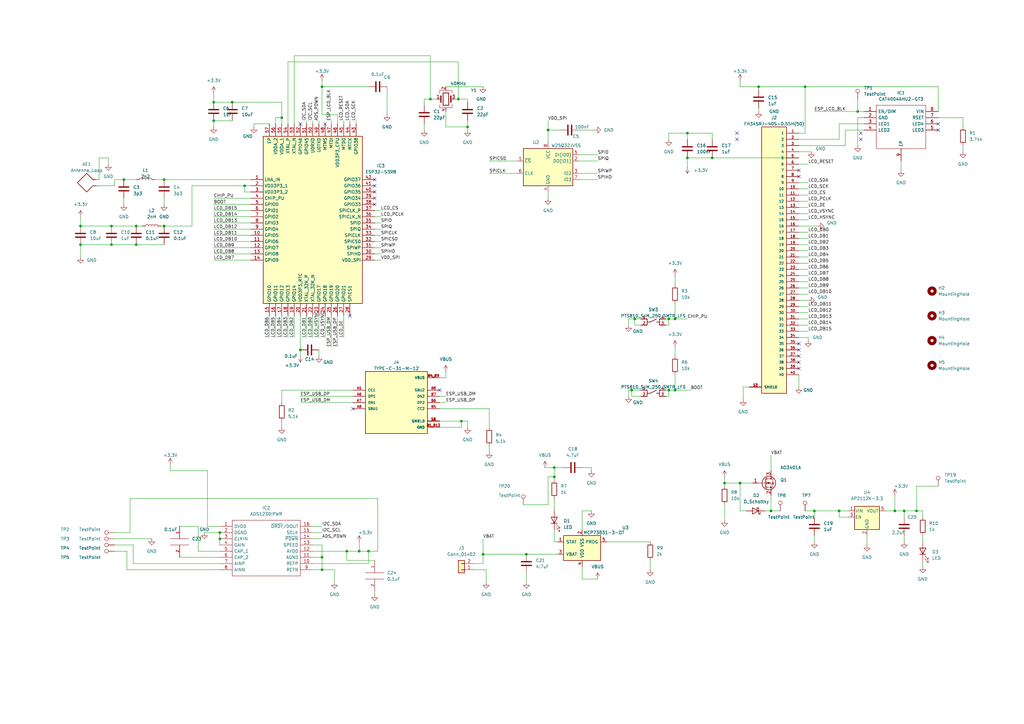
<source format=kicad_sch>
(kicad_sch (version 20230121) (generator eeschema)
  (paper "A3")
  (junction (at 370.84 209.55))
  (junction (at 215.9 227.33))
  (junction (at 55.88 92.71))
  (junction (at 260.35 130.81))
  (junction (at 45.72 100.33))
  (junction (at 33.02 100.33))
  (junction (at 147.32 226.06))
  (junction (at 344.17 209.55))
  (junction (at 95.25 41.91))
  (junction (at 67.31 92.71))
  (junction (at 330.2 35.56))
  (junction (at 303.53 198.12))
  (junction (at 274.32 130.81))
  (junction (at 55.88 100.33))
  (junction (at 292.1 64.77))
  (junction (at 224.79 53.34))
  (junction (at 90.17 218.44))
  (junction (at 151.13 226.06))
  (junction (at 132.08 35.56))
  (junction (at 67.31 73.66))
  (junction (at 100.33 76.2))
  (junction (at 142.24 226.06))
  (junction (at 191.77 52.07))
  (junction (at 87.63 41.91))
  (junction (at 123.19 143.51))
  (junction (at 311.15 35.56))
  (junction (at 367.03 209.55))
  (junction (at 276.86 130.81))
  (junction (at 274.32 160.02))
  (junction (at 132.08 233.68))
  (junction (at 227.33 191.77))
  (junction (at 115.57 48.26))
  (junction (at 50.8 73.66))
  (junction (at 334.01 209.55))
  (junction (at 189.23 172.72))
  (junction (at 351.79 45.72))
  (junction (at 198.12 227.33))
  (junction (at 45.72 92.71))
  (junction (at 276.86 160.02))
  (junction (at 281.94 54.61))
  (junction (at 176.53 40.64))
  (junction (at 297.18 198.12))
  (junction (at 227.33 195.58))
  (junction (at 316.23 209.55))
  (junction (at 87.63 49.53))
  (junction (at 281.94 64.77))
  (junction (at 33.02 92.71))
  (junction (at 187.96 40.64))
  (junction (at 132.08 228.6))
  (junction (at 259.08 160.02))
  (junction (at 90.17 220.98))
  (junction (at 375.92 209.55))
  (no_connect (at 153.67 78.74))
  (no_connect (at 153.67 76.2))
  (no_connect (at 153.67 73.66))
  (no_connect (at 144.78 167.64))
  (no_connect (at 143.51 129.54))
  (no_connect (at 327.66 69.85))
  (no_connect (at 327.66 146.05))
  (no_connect (at 327.66 72.39))
  (no_connect (at 327.66 151.13))
  (no_connect (at 153.67 83.82))
  (no_connect (at 327.66 143.51))
  (no_connect (at 327.66 140.97))
  (no_connect (at 123.19 50.8))
  (no_connect (at 302.26 54.61))
  (no_connect (at 384.81 50.8))
  (no_connect (at 327.66 148.59))
  (no_connect (at 384.81 53.34))
  (no_connect (at 353.06 57.15))
  (no_connect (at 133.35 50.8))
  (no_connect (at 302.26 57.15))
  (no_connect (at 153.67 81.28))
  (no_connect (at 180.34 160.02))
  (no_connect (at 353.06 54.61))
  (wire (pts (xy 115.57 41.91) (xy 95.25 41.91)))
  (wire (pts (xy 46.99 223.52) (xy 54.61 223.52)))
  (wire (pts (xy 346.71 53.34) (xy 346.71 59.69)))
  (wire (pts (xy 224.79 195.58) (xy 227.33 195.58)))
  (wire (pts (xy 53.34 218.44) (xy 53.34 204.47)))
  (wire (pts (xy 186.69 40.64) (xy 187.96 40.64)))
  (wire (pts (xy 189.23 175.26) (xy 189.23 172.72)))
  (wire (pts (xy 363.22 209.55) (xy 367.03 209.55)))
  (wire (pts (xy 173.99 50.8) (xy 173.99 53.34)))
  (wire (pts (xy 331.47 120.65) (xy 327.66 120.65)))
  (wire (pts (xy 262.89 130.81) (xy 260.35 130.81)))
  (wire (pts (xy 327.66 54.61) (xy 330.2 54.61)))
  (wire (pts (xy 331.47 80.01) (xy 327.66 80.01)))
  (wire (pts (xy 44.45 64.77) (xy 44.45 67.31)))
  (wire (pts (xy 344.17 209.55) (xy 347.98 209.55)))
  (wire (pts (xy 351.79 40.64) (xy 351.79 45.72)))
  (wire (pts (xy 331.47 85.09) (xy 327.66 85.09)))
  (wire (pts (xy 63.5 73.66) (xy 67.31 73.66)))
  (wire (pts (xy 125.73 49.53) (xy 125.73 50.8)))
  (wire (pts (xy 180.34 154.94) (xy 182.88 154.94)))
  (wire (pts (xy 132.08 223.52) (xy 132.08 228.6)))
  (wire (pts (xy 248.92 222.25) (xy 266.7 222.25)))
  (wire (pts (xy 87.63 88.9) (xy 102.87 88.9)))
  (wire (pts (xy 87.63 99.06) (xy 102.87 99.06)))
  (wire (pts (xy 274.32 162.56) (xy 274.32 160.02)))
  (wire (pts (xy 375.92 199.39) (xy 375.92 209.55)))
  (wire (pts (xy 224.79 78.74) (xy 224.79 81.28)))
  (wire (pts (xy 90.17 220.98) (xy 90.17 223.52)))
  (wire (pts (xy 45.72 92.71) (xy 55.88 92.71)))
  (wire (pts (xy 54.61 231.14) (xy 90.17 231.14)))
  (wire (pts (xy 331.47 138.43) (xy 327.66 138.43)))
  (wire (pts (xy 128.27 215.9) (xy 132.08 215.9)))
  (wire (pts (xy 33.02 92.71) (xy 45.72 92.71)))
  (wire (pts (xy 367.03 209.55) (xy 370.84 209.55)))
  (wire (pts (xy 346.71 59.69) (xy 327.66 59.69)))
  (wire (pts (xy 85.09 193.04) (xy 85.09 215.9)))
  (wire (pts (xy 304.8 158.75) (xy 307.34 158.75)))
  (wire (pts (xy 55.88 100.33) (xy 67.31 100.33)))
  (wire (pts (xy 151.13 226.06) (xy 154.94 226.06)))
  (wire (pts (xy 257.81 160.02) (xy 257.81 162.56)))
  (wire (pts (xy 153.67 242.57) (xy 153.67 243.84)))
  (wire (pts (xy 46.99 76.2) (xy 46.99 73.66)))
  (wire (pts (xy 176.53 22.86) (xy 176.53 40.64)))
  (wire (pts (xy 330.2 35.56) (xy 384.81 35.56)))
  (wire (pts (xy 46.99 226.06) (xy 52.07 226.06)))
  (wire (pts (xy 87.63 83.82) (xy 102.87 83.82)))
  (wire (pts (xy 52.07 233.68) (xy 90.17 233.68)))
  (wire (pts (xy 115.57 48.26) (xy 115.57 41.91)))
  (wire (pts (xy 87.63 91.44) (xy 102.87 91.44)))
  (wire (pts (xy 154.94 226.06) (xy 154.94 204.47)))
  (wire (pts (xy 87.63 96.52) (xy 102.87 96.52)))
  (wire (pts (xy 351.79 45.72) (xy 354.33 45.72)))
  (wire (pts (xy 138.43 46.99) (xy 132.08 46.99)))
  (wire (pts (xy 331.47 100.33) (xy 327.66 100.33)))
  (wire (pts (xy 180.34 162.56) (xy 182.88 162.56)))
  (wire (pts (xy 262.89 133.35) (xy 260.35 133.35)))
  (wire (pts (xy 330.2 54.61) (xy 330.2 35.56)))
  (wire (pts (xy 110.49 50.8) (xy 104.14 50.8)))
  (wire (pts (xy 384.81 48.26) (xy 394.97 48.26)))
  (wire (pts (xy 87.63 81.28) (xy 102.87 81.28)))
  (wire (pts (xy 316.23 209.55) (xy 320.04 209.55)))
  (wire (pts (xy 173.99 40.64) (xy 176.53 40.64)))
  (wire (pts (xy 125.73 129.54) (xy 125.73 138.43)))
  (wire (pts (xy 215.9 234.95) (xy 215.9 238.76)))
  (wire (pts (xy 135.89 129.54) (xy 135.89 142.24)))
  (wire (pts (xy 331.47 128.27) (xy 327.66 128.27)))
  (wire (pts (xy 335.28 92.71) (xy 327.66 92.71)))
  (wire (pts (xy 273.05 162.56) (xy 274.32 162.56)))
  (wire (pts (xy 81.28 226.06) (xy 81.28 215.9)))
  (wire (pts (xy 344.17 57.15) (xy 327.66 57.15)))
  (wire (pts (xy 130.81 49.53) (xy 130.81 50.8)))
  (wire (pts (xy 276.86 142.24) (xy 276.86 146.05)))
  (wire (pts (xy 180.34 172.72) (xy 189.23 172.72)))
  (wire (pts (xy 151.13 231.14) (xy 151.13 226.06)))
  (wire (pts (xy 87.63 104.14) (xy 102.87 104.14)))
  (wire (pts (xy 274.32 57.15) (xy 274.32 54.61)))
  (wire (pts (xy 173.99 40.64) (xy 173.99 43.18)))
  (wire (pts (xy 123.19 165.1) (xy 144.78 165.1)))
  (wire (pts (xy 351.79 59.69) (xy 351.79 48.26)))
  (wire (pts (xy 223.52 191.77) (xy 227.33 191.77)))
  (wire (pts (xy 191.77 175.26) (xy 191.77 172.72)))
  (wire (pts (xy 54.61 231.14) (xy 54.61 223.52)))
  (wire (pts (xy 274.32 133.35) (xy 274.32 130.81)))
  (wire (pts (xy 87.63 49.53) (xy 87.63 52.07)))
  (wire (pts (xy 180.34 175.26) (xy 189.23 175.26)))
  (wire (pts (xy 46.99 73.66) (xy 50.8 73.66)))
  (wire (pts (xy 297.18 195.58) (xy 297.18 198.12)))
  (wire (pts (xy 153.67 93.98) (xy 156.21 93.98)))
  (wire (pts (xy 292.1 64.77) (xy 327.66 64.77)))
  (wire (pts (xy 128.27 226.06) (xy 142.24 226.06)))
  (wire (pts (xy 132.08 35.56) (xy 132.08 46.99)))
  (wire (pts (xy 143.51 49.53) (xy 143.51 50.8)))
  (wire (pts (xy 138.43 129.54) (xy 138.43 142.24)))
  (wire (pts (xy 153.67 229.87) (xy 142.24 229.87)))
  (wire (pts (xy 297.18 198.12) (xy 297.18 199.39)))
  (wire (pts (xy 153.67 104.14) (xy 156.21 104.14)))
  (wire (pts (xy 100.33 76.2) (xy 78.74 76.2)))
  (wire (pts (xy 331.47 135.89) (xy 327.66 135.89)))
  (wire (pts (xy 153.67 86.36) (xy 156.21 86.36)))
  (wire (pts (xy 276.86 160.02) (xy 283.21 160.02)))
  (wire (pts (xy 132.08 233.68) (xy 137.16 233.68)))
  (wire (pts (xy 334.01 45.72) (xy 351.79 45.72)))
  (wire (pts (xy 128.27 233.68) (xy 132.08 233.68)))
  (wire (pts (xy 50.8 73.66) (xy 55.88 73.66)))
  (wire (pts (xy 281.94 64.77) (xy 281.94 68.58)))
  (wire (pts (xy 158.75 35.56) (xy 158.75 46.99)))
  (wire (pts (xy 260.35 133.35) (xy 260.35 130.81)))
  (wire (pts (xy 215.9 227.33) (xy 228.6 227.33)))
  (wire (pts (xy 130.81 129.54) (xy 130.81 138.43)))
  (wire (pts (xy 260.35 130.81) (xy 257.81 130.81)))
  (wire (pts (xy 331.47 87.63) (xy 327.66 87.63)))
  (wire (pts (xy 378.46 229.87) (xy 378.46 232.41)))
  (wire (pts (xy 123.19 143.51) (xy 123.19 146.05)))
  (wire (pts (xy 394.97 48.26) (xy 394.97 52.07)))
  (wire (pts (xy 274.32 160.02) (xy 276.86 160.02)))
  (wire (pts (xy 227.33 195.58) (xy 227.33 191.77)))
  (wire (pts (xy 128.27 129.54) (xy 128.27 138.43)))
  (wire (pts (xy 384.81 199.39) (xy 375.92 199.39)))
  (wire (pts (xy 237.49 71.12) (xy 245.11 71.12)))
  (wire (pts (xy 198.12 231.14) (xy 198.12 227.33)))
  (wire (pts (xy 274.32 130.81) (xy 276.86 130.81)))
  (wire (pts (xy 87.63 106.68) (xy 102.87 106.68)))
  (wire (pts (xy 83.82 218.44) (xy 90.17 218.44)))
  (wire (pts (xy 370.84 219.71) (xy 370.84 222.25)))
  (wire (pts (xy 78.74 92.71) (xy 67.31 92.71)))
  (wire (pts (xy 303.53 209.55) (xy 303.53 198.12)))
  (wire (pts (xy 224.79 53.34) (xy 229.87 53.34)))
  (wire (pts (xy 115.57 129.54) (xy 115.57 138.43)))
  (wire (pts (xy 331.47 105.41) (xy 327.66 105.41)))
  (wire (pts (xy 67.31 81.28) (xy 67.31 83.82)))
  (wire (pts (xy 128.27 223.52) (xy 132.08 223.52)))
  (wire (pts (xy 198.12 220.98) (xy 198.12 227.33)))
  (wire (pts (xy 273.05 133.35) (xy 274.32 133.35)))
  (wire (pts (xy 237.49 66.04) (xy 245.11 66.04)))
  (wire (pts (xy 354.33 53.34) (xy 346.71 53.34)))
  (wire (pts (xy 394.97 59.69) (xy 394.97 62.23)))
  (wire (pts (xy 115.57 160.02) (xy 144.78 160.02)))
  (wire (pts (xy 303.53 35.56) (xy 311.15 35.56)))
  (wire (pts (xy 137.16 238.76) (xy 137.16 233.68)))
  (wire (pts (xy 187.96 25.4) (xy 187.96 40.64)))
  (wire (pts (xy 123.19 162.56) (xy 144.78 162.56)))
  (wire (pts (xy 238.76 237.49) (xy 245.11 237.49)))
  (wire (pts (xy 224.79 207.01) (xy 224.79 195.58)))
  (wire (pts (xy 237.49 53.34) (xy 243.84 53.34)))
  (wire (pts (xy 69.85 193.04) (xy 85.09 193.04)))
  (wire (pts (xy 110.49 129.54) (xy 110.49 138.43)))
  (wire (pts (xy 180.34 167.64) (xy 200.66 167.64)))
  (wire (pts (xy 224.79 49.53) (xy 224.79 53.34)))
  (wire (pts (xy 276.86 153.67) (xy 276.86 160.02)))
  (wire (pts (xy 276.86 113.03) (xy 276.86 116.84)))
  (wire (pts (xy 182.88 154.94) (xy 182.88 152.4)))
  (wire (pts (xy 189.23 172.72) (xy 191.77 172.72)))
  (wire (pts (xy 259.08 162.56) (xy 259.08 160.02)))
  (wire (pts (xy 292.1 54.61) (xy 292.1 57.15)))
  (wire (pts (xy 40.64 76.2) (xy 46.99 76.2)))
  (wire (pts (xy 331.47 113.03) (xy 327.66 113.03)))
  (wire (pts (xy 334.01 209.55) (xy 344.17 209.55)))
  (wire (pts (xy 147.32 222.25) (xy 147.32 226.06)))
  (wire (pts (xy 214.63 207.01) (xy 224.79 207.01)))
  (wire (pts (xy 87.63 38.1) (xy 87.63 41.91)))
  (wire (pts (xy 331.47 74.93) (xy 327.66 74.93)))
  (wire (pts (xy 303.53 33.02) (xy 303.53 35.56)))
  (wire (pts (xy 87.63 41.91) (xy 95.25 41.91)))
  (wire (pts (xy 200.66 66.04) (xy 212.09 66.04)))
  (wire (pts (xy 304.8 163.83) (xy 304.8 158.75)))
  (wire (pts (xy 33.02 88.9) (xy 33.02 92.71)))
  (wire (pts (xy 313.69 209.55) (xy 316.23 209.55)))
  (wire (pts (xy 176.53 22.86) (xy 120.65 22.86)))
  (wire (pts (xy 331.47 133.35) (xy 327.66 133.35)))
  (wire (pts (xy 113.03 129.54) (xy 113.03 138.43)))
  (wire (pts (xy 200.66 182.88) (xy 200.66 185.42)))
  (wire (pts (xy 199.39 233.68) (xy 199.39 238.76)))
  (wire (pts (xy 331.47 130.81) (xy 327.66 130.81)))
  (wire (pts (xy 331.47 90.17) (xy 327.66 90.17)))
  (wire (pts (xy 113.03 48.26) (xy 115.57 48.26)))
  (wire (pts (xy 331.47 118.11) (xy 327.66 118.11)))
  (wire (pts (xy 133.35 129.54) (xy 133.35 138.43)))
  (wire (pts (xy 55.88 92.71) (xy 58.42 92.71)))
  (wire (pts (xy 334.01 219.71) (xy 334.01 222.25)))
  (wire (pts (xy 191.77 49.53) (xy 191.77 52.07)))
  (wire (pts (xy 73.66 228.6) (xy 90.17 228.6)))
  (wire (pts (xy 104.14 50.8) (xy 104.14 52.07)))
  (wire (pts (xy 327.66 153.67) (xy 327.66 158.75)))
  (wire (pts (xy 257.81 130.81) (xy 257.81 133.35)))
  (wire (pts (xy 140.97 49.53) (xy 140.97 50.8)))
  (wire (pts (xy 138.43 50.8) (xy 138.43 46.99)))
  (wire (pts (xy 331.47 125.73) (xy 327.66 125.73)))
  (wire (pts (xy 200.66 167.64) (xy 200.66 175.26)))
  (wire (pts (xy 187.96 40.64) (xy 191.77 40.64)))
  (wire (pts (xy 198.12 35.56) (xy 182.88 35.56)))
  (wire (pts (xy 259.08 160.02) (xy 257.81 160.02)))
  (wire (pts (xy 238.76 217.17) (xy 238.76 209.55)))
  (wire (pts (xy 153.67 101.6) (xy 156.21 101.6)))
  (wire (pts (xy 327.66 123.19) (xy 331.47 123.19)))
  (wire (pts (xy 292.1 54.61) (xy 281.94 54.61)))
  (wire (pts (xy 113.03 50.8) (xy 113.03 48.26)))
  (wire (pts (xy 118.11 25.4) (xy 118.11 50.8)))
  (wire (pts (xy 384.81 45.72) (xy 384.81 35.56)))
  (wire (pts (xy 33.02 100.33) (xy 45.72 100.33)))
  (wire (pts (xy 242.57 191.77) (xy 242.57 193.04)))
  (wire (pts (xy 90.17 215.9) (xy 85.09 215.9)))
  (wire (pts (xy 120.65 129.54) (xy 120.65 138.43)))
  (wire (pts (xy 311.15 35.56) (xy 311.15 36.83)))
  (wire (pts (xy 303.53 198.12) (xy 308.61 198.12)))
  (wire (pts (xy 375.92 209.55) (xy 370.84 209.55)))
  (wire (pts (xy 182.88 45.72) (xy 182.88 52.07)))
  (wire (pts (xy 33.02 100.33) (xy 33.02 105.41)))
  (wire (pts (xy 90.17 226.06) (xy 81.28 226.06)))
  (wire (pts (xy 128.27 231.14) (xy 151.13 231.14)))
  (wire (pts (xy 351.79 48.26) (xy 354.33 48.26)))
  (wire (pts (xy 40.64 73.66) (xy 40.64 64.77)))
  (wire (pts (xy 194.31 233.68) (xy 199.39 233.68)))
  (wire (pts (xy 81.28 215.9) (xy 73.66 215.9)))
  (wire (pts (xy 316.23 186.69) (xy 316.23 193.04)))
  (wire (pts (xy 135.89 49.53) (xy 135.89 50.8)))
  (wire (pts (xy 128.27 228.6) (xy 132.08 228.6)))
  (wire (pts (xy 128.27 49.53) (xy 128.27 50.8)))
  (wire (pts (xy 367.03 203.2) (xy 367.03 209.55)))
  (wire (pts (xy 306.07 209.55) (xy 303.53 209.55)))
  (wire (pts (xy 191.77 52.07) (xy 191.77 53.34)))
  (wire (pts (xy 331.47 77.47) (xy 327.66 77.47)))
  (wire (pts (xy 180.34 165.1) (xy 182.88 165.1)))
  (wire (pts (xy 194.31 231.14) (xy 198.12 231.14)))
  (wire (pts (xy 142.24 226.06) (xy 142.24 229.87)))
  (wire (pts (xy 115.57 160.02) (xy 115.57 165.1)))
  (wire (pts (xy 276.86 130.81) (xy 281.94 130.81)))
  (wire (pts (xy 330.2 209.55) (xy 334.01 209.55)))
  (wire (pts (xy 331.47 115.57) (xy 327.66 115.57)))
  (wire (pts (xy 262.89 162.56) (xy 259.08 162.56)))
  (wire (pts (xy 146.05 49.53) (xy 146.05 50.8)))
  (wire (pts (xy 87.63 101.6) (xy 102.87 101.6)))
  (wire (pts (xy 237.49 63.5) (xy 245.11 63.5)))
  (wire (pts (xy 331.47 82.55) (xy 327.66 82.55)))
  (wire (pts (xy 331.47 95.25) (xy 327.66 95.25)))
  (wire (pts (xy 115.57 172.72) (xy 115.57 175.26)))
  (wire (pts (xy 273.05 130.81) (xy 274.32 130.81)))
  (wire (pts (xy 311.15 35.56) (xy 330.2 35.56)))
  (wire (pts (xy 120.65 22.86) (xy 120.65 50.8)))
  (wire (pts (xy 132.08 228.6) (xy 132.08 233.68)))
  (wire (pts (xy 224.79 53.34) (xy 224.79 58.42)))
  (wire (pts (xy 311.15 44.45) (xy 311.15 45.72)))
  (wire (pts (xy 66.04 92.71) (xy 67.31 92.71)))
  (wire (pts (xy 151.13 35.56) (xy 132.08 35.56)))
  (wire (pts (xy 118.11 129.54) (xy 118.11 138.43)))
  (wire (pts (xy 238.76 191.77) (xy 242.57 191.77)))
  (wire (pts (xy 187.96 25.4) (xy 118.11 25.4)))
  (wire (pts (xy 378.46 212.09) (xy 378.46 209.55)))
  (wire (pts (xy 332.74 62.23) (xy 327.66 62.23)))
  (wire (pts (xy 227.33 191.77) (xy 231.14 191.77)))
  (wire (pts (xy 102.87 76.2) (xy 100.33 76.2)))
  (wire (pts (xy 69.85 190.5) (xy 69.85 193.04)))
  (wire (pts (xy 128.27 220.98) (xy 132.08 220.98)))
  (wire (pts (xy 50.8 81.28) (xy 50.8 83.82)))
  (wire (pts (xy 90.17 220.98) (xy 90.17 218.44)))
  (wire (pts (xy 128.27 218.44) (xy 132.08 218.44)))
  (wire (pts (xy 87.63 49.53) (xy 95.25 49.53)))
  (wire (pts (xy 147.32 226.06) (xy 151.13 226.06)))
  (wire (pts (xy 123.19 129.54) (xy 123.19 143.51)))
  (wire (pts (xy 331.47 102.87) (xy 327.66 102.87)))
  (wire (pts (xy 40.64 64.77) (xy 44.45 64.77)))
  (wire (pts (xy 228.6 222.25) (xy 227.33 222.25)))
  (wire (pts (xy 46.99 220.98) (xy 62.23 220.98)))
  (wire (pts (xy 297.18 207.01) (xy 297.18 213.36)))
  (wire (pts (xy 331.47 97.79) (xy 327.66 97.79)))
  (wire (pts (xy 198.12 227.33) (xy 215.9 227.33)))
  (wire (pts (xy 153.67 96.52) (xy 156.21 96.52)))
  (wire (pts (xy 344.17 50.8) (xy 344.17 57.15)))
  (wire (pts (xy 53.34 204.47) (xy 154.94 204.47)))
  (wire (pts (xy 344.17 212.09) (xy 344.17 209.55)))
  (wire (pts (xy 142.24 226.06) (xy 147.32 226.06)))
  (wire (pts (xy 378.46 209.55) (xy 375.92 209.55)))
  (wire (pts (xy 153.67 91.44) (xy 156.21 91.44)))
  (wire (pts (xy 297.18 198.12) (xy 303.53 198.12)))
  (wire (pts (xy 130.81 143.51) (xy 130.81 146.05)))
  (wire (pts (xy 369.57 66.04) (xy 369.57 69.85)))
  (wire (pts (xy 67.31 73.66) (xy 102.87 73.66)))
  (wire (pts (xy 227.33 196.85) (xy 227.33 195.58)))
  (wire (pts (xy 281.94 54.61) (xy 281.94 57.15)))
  (wire (pts (xy 237.49 73.66) (xy 245.11 73.66)))
  (wire (pts (xy 182.88 52.07) (xy 191.77 52.07)))
  (wire (pts (xy 115.57 50.8) (xy 115.57 48.26)))
  (wire (pts (xy 331.47 67.31) (xy 327.66 67.31)))
  (wire (pts (xy 262.89 160.02) (xy 259.08 160.02)))
  (wire (pts (xy 100.33 78.74) (xy 100.33 76.2)))
  (wire (pts (xy 191.77 40.64) (xy 191.77 41.91)))
  (wire (pts (xy 331.47 138.43) (xy 331.47 139.7)))
  (wire (pts (xy 45.72 100.33) (xy 55.88 100.33)))
  (wire (pts (xy 354.33 50.8) (xy 344.17 50.8)))
  (wire (pts (xy 347.98 212.09) (xy 344.17 212.09)))
  (wire (pts (xy 334.01 209.55) (xy 334.01 212.09)))
  (wire (pts (xy 153.67 88.9) (xy 156.21 88.9)))
  (wire (pts (xy 331.47 110.49) (xy 327.66 110.49)))
  (wire (pts (xy 153.67 106.68) (xy 156.21 106.68)))
  (wire (pts (xy 378.46 219.71) (xy 378.46 222.25)))
  (wire (pts (xy 46.99 218.44) (xy 53.34 218.44)))
  (wire (pts (xy 238.76 232.41) (xy 238.76 237.49)))
  (wire (pts (xy 132.08 33.02) (xy 132.08 35.56)))
  (wire (pts (xy 176.53 40.64) (xy 179.07 40.64)))
  (wire (pts (xy 153.67 99.06) (xy 156.21 99.06)))
  (wire (pts (xy 370.84 209.55) (xy 370.84 212.09)))
  (wire (pts (xy 238.76 209.55) (xy 242.57 209.55)))
  (wire (pts (xy 78.74 76.2) (xy 78.74 92.71)))
  (wire (pts (xy 266.7 229.87) (xy 266.7 233.68)))
  (wire (pts (xy 276.86 124.46) (xy 276.86 130.81)))
  (wire (pts (xy 281.94 64.77) (xy 292.1 64.77)))
  (wire (pts (xy 87.63 86.36) (xy 102.87 86.36)))
  (wire (pts (xy 331.47 107.95) (xy 327.66 107.95)))
  (wire (pts (xy 52.07 233.68) (xy 52.07 226.06)))
  (wire (pts (xy 274.32 54.61) (xy 281.94 54.61)))
  (wire (pts (xy 102.87 78.74) (xy 100.33 78.74)))
  (wire (pts (xy 227.33 204.47) (xy 227.33 209.55)))
  (wire (pts (xy 200.66 71.12) (xy 212.09 71.12)))
  (wire (pts (xy 273.05 160.02) (xy 274.32 160.02)))
  (wire (pts (xy 227.33 222.25) (xy 227.33 217.17)))
  (wire (pts (xy 316.23 203.2) (xy 316.23 209.55)))
  (wire (pts (xy 87.63 93.98) (xy 102.87 93.98)))
  (wire (pts (xy 140.97 129.54) (xy 140.97 138.43)))
  (wire (pts (xy 355.6 219.71) (xy 355.6 223.52)))
  (label "LCD_DB4" (at 115.57 138.43 90))
  (label "LCD_DB6" (at 331.47 110.49 0))
  (label "ESP_USB_DM" (at 182.88 162.56 0))
  (label "BOOT" (at 87.63 83.82 0))
  (label "LCD_RESET" (at 140.97 49.53 90))
  (label "LCD_DB7" (at 331.47 113.03 0))
  (label "SPIHD" (at 156.21 104.14 0))
  (label "SPIQ" (at 245.11 66.04 0))
  (label "LCD_DB4" (at 331.47 105.41 0))
  (label "SPIHD" (at 245.11 73.66 0))
  (label "LCD_DB8" (at 87.63 104.14 0))
  (label "LCD_DB3" (at 331.47 102.87 0))
  (label "LCD_DB9" (at 331.47 118.11 0))
  (label "LCD_CS" (at 331.47 80.01 0))
  (label "LCD_DB0" (at 331.47 95.25 0))
  (label "ESP_USB_DP" (at 182.88 165.1 0))
  (label "VDD_SPI" (at 156.21 106.68 0))
  (label "LCD_DB13" (at 331.47 130.81 0))
  (label "CHIP_PU" (at 87.63 81.28 0))
  (label "SPICLK" (at 156.21 96.52 0))
  (label "LCD_SCK" (at 331.47 77.47 0))
  (label "LCD_DB13" (at 87.63 91.44 0))
  (label "LCD_DB6" (at 110.49 138.43 90))
  (label "SPIWP" (at 245.11 71.12 0))
  (label "I2C_SCL" (at 128.27 49.53 90))
  (label "LCD_DB14" (at 331.47 133.35 0))
  (label "ESP_USB_DM" (at 135.89 142.24 90))
  (label "LCD_PCLK" (at 156.21 88.9 0))
  (label "ESP_USB_DM" (at 123.19 165.1 0))
  (label "LCD_DB10" (at 87.63 99.06 0))
  (label "LCD_HSYNC" (at 331.47 90.17 0))
  (label "LCD_DB3" (at 118.11 138.43 90))
  (label "CHIP_PU" (at 281.94 130.81 0))
  (label "LCD_VSYNC" (at 331.47 87.63 0))
  (label "VDD_SPI" (at 224.79 49.53 0))
  (label "ESP_LCD_BLK" (at 334.01 45.72 0))
  (label "LCD_SCK" (at 146.05 49.53 90))
  (label "BOOT" (at 283.21 160.02 0))
  (label "LCD_DB12" (at 331.47 128.27 0))
  (label "LCD_DB15" (at 87.63 86.36 0))
  (label "VBAT" (at 316.23 186.69 0))
  (label "SPICS0" (at 156.21 99.06 0))
  (label "LCD_SDA" (at 331.47 74.93 0))
  (label "LCD_DB1" (at 125.73 138.43 90))
  (label "LCD_DB14" (at 87.63 88.9 0))
  (label "LCD_HSYNC" (at 130.81 138.43 90))
  (label "I2C_SDA" (at 132.08 215.9 0))
  (label "SPIWP" (at 156.21 101.6 0))
  (label "ESP_USB_DP" (at 138.43 142.24 90))
  (label "LCD_CS" (at 156.21 86.36 0))
  (label "LCD_PCLK" (at 331.47 82.55 0))
  (label "LCD_VSYNC" (at 133.35 138.43 90))
  (label "LCD_DB11" (at 87.63 96.52 0))
  (label "LCD_DE" (at 331.47 85.09 0))
  (label "ESP_USB_DP" (at 123.19 162.56 0))
  (label "LCD_DB9" (at 87.63 101.6 0))
  (label "LCD_DB7" (at 87.63 106.68 0))
  (label "ESP_LCD_BLK" (at 135.89 49.53 90))
  (label "SPIQ" (at 156.21 93.98 0))
  (label "SPICLK" (at 200.66 71.12 0))
  (label "LCD_SDA" (at 143.51 49.53 90))
  (label "LCD_RESET" (at 331.47 67.31 0))
  (label "LCD_DB12" (at 87.63 93.98 0))
  (label "LCD_DB2" (at 331.47 100.33 0))
  (label "SPICS0" (at 200.66 66.04 0))
  (label "LCD_DB5" (at 113.03 138.43 90))
  (label "I2C_SCL" (at 132.08 218.44 0))
  (label "ADS_PDWN" (at 132.08 220.98 0))
  (label "SPID" (at 245.11 63.5 0))
  (label "LCD_DB11" (at 331.47 125.73 0))
  (label "LCD_DB10" (at 331.47 120.65 0))
  (label "LCD_DB5" (at 331.47 107.95 0))
  (label "LCD_DB8" (at 331.47 115.57 0))
  (label "SPID" (at 156.21 91.44 0))
  (label "LCD_DB1" (at 331.47 97.79 0))
  (label "LCD_DB0" (at 128.27 138.43 90))
  (label "LCD_DE" (at 140.97 138.43 90))
  (label "LCD_DB15" (at 331.47 135.89 0))
  (label "LCD_DB2" (at 120.65 138.43 90))
  (label "VBAT" (at 198.12 220.98 0))
  (label "I2C_SDA" (at 125.73 49.53 90))
  (label "ADS_PDWN" (at 130.81 49.53 90))
  (symbol (lib_id "power:+3.3V") (at 303.53 33.02 0) (unit 1)
    (property "Reference" "#PWR05" (effects hide))
    (property "Value" "+3.3V" (at 303.53 29.21 0))
  )
  (symbol (lib_id "Device:C") (at 127 143.51 90) (unit 1)
    (property "Reference" "C14" (at 127 147.32 90))
    (property "Value" "0.1uF" (at 119.38 146.05 90))
    (property "Footprint" "Capacitor_SMD:C_0402_1005Metric" (effects hide))
  )
  (symbol (lib_id "power:GND") (at 215.9 238.76 0) (unit 1)
    (property "Reference" "#PWR0123" (effects hide))
    (property "Value" "GND" (at 215.9 243.84 0))
  )
  (symbol (lib_id "Device:R") (at 200.66 179.07 0) (unit 1)
    (property "Reference" "R4" (at 203.2 178.435 0) (effects (justify left)))
    (property "Value" "5.1k" (at 203.2 180.975 0) (effects (justify left)))
    (property "Footprint" "Resistor_SMD:R_0805_2012Metric" (effects hide))
  )
  (symbol (lib_id "power:GND") (at 199.39 238.76 0) (unit 1)
    (property "Reference" "#PWR0124" (effects hide))
    (property "Value" "GND" (at 199.39 243.84 0))
  )
  (symbol (lib_id "power:GND") (at 257.81 162.56 0) (unit 1)
    (property "Reference" "#PWR0154" (effects hide))
    (property "Value" "GND" (at 261.62 165.1 0))
  )
  (symbol (lib_id "ESP32-S3R8:ESP32-S3R8") (at 102.87 73.66 0) (unit 1)
    (property "Reference" "IC3" (at 156.21 67.9703 0))
    (property "Value" "ESP32-S3R8" (at 156.21 70.5103 0))
    (property "Footprint" "ESP32-S3R8:QFN40P700X700X90-57N-D" (effects hide))
    (property "Datasheet" "https://www.espressif.com/sites/default/files/documentation/esp32-s3_datasheet_en.pdf" (effects hide))
    (property "Height" "0.9" (effects hide))
    (property "Mouser Part Number" "356-ESP32-S3R8" (effects hide))
    (property "Mouser Price/Stock" "https://www.mouser.co.uk/ProductDetail/Espressif-Systems/ESP32-S3R8?qs=Rp5uXu7WBW%252Bto4RqH8CMng%3D%3D" (effects hide))
    (property "Manufacturer_Name" "Espressif Systems" (effects hide))
    (property "Manufacturer_Part_Number" "ESP32-S3R8" (effects hide))
  )
  (symbol (lib_id "power:GND") (at 331.47 139.7 0) (unit 1)
    (property "Reference" "#PWR0115" (effects hide))
    (property "Value" "GND" (at 335.28 138.43 0))
  )
  (symbol (lib_id "power:VBUS") (at 223.52 191.77 0) (unit 1)
    (property "Reference" "#PWR0122" (effects hide))
    (property "Value" "VBUS" (at 223.52 186.69 0))
  )
  (symbol (lib_id "ADS1230IPWR:ADS1230IPWR") (at 90.17 215.9 0) (unit 1)
    (property "Reference" "IC2" (at 109.22 208.28 0))
    (property "Value" "ADS1230IPWR" (at 109.22 210.82 0))
    (property "Footprint" "ADS1230IPWR:SOP65P640X120-16N" (effects hide))
    (property "Datasheet" "http://www.ti.com/lit/gpn/ADS1230" (effects hide))
    (property "Description" "20-Bit, 80SPS, 1-Ch Delta-Sigma ADC for Resistive Bridge Sensors & Weigh Scales" (effects hide))
    (property "Height" "1.2" (effects hide))
    (property "Mouser Part Number" "595-ADS1230IPWR" (effects hide))
    (property "Mouser Price/Stock" "https://www.mouser.co.uk/ProductDetail/Texas-Instruments/ADS1230IPWR?qs=iSMark9AYDXL6Bwm2ye3vg%3D%3D" (effects hide))
    (property "Manufacturer_Name" "Texas Instruments" (effects hide))
    (property "Manufacturer_Part_Number" "ADS1230IPWR" (effects hide))
  )
  (symbol (lib_id "power:+3.3V") (at 123.19 146.05 180) (unit 1)
    (property "Reference" "#PWR0102" (effects hide))
    (property "Value" "+3.3V" (at 116.84 149.86 0) (effects (justify right)))
  )
  (symbol (lib_id "power:GND") (at 304.8 163.83 0) (unit 1)
    (property "Reference" "#PWR018" (effects hide))
    (property "Value" "GND" (at 304.8 168.91 0))
  )
  (symbol (lib_id "Transistor_FET:AO3401A") (at 313.69 198.12 0) (unit 1)
    (property "Reference" "Q1" (at 320.04 196.8499 0) (effects (justify left)))
    (property "Value" "AO3401A" (at 320.04 191.77 0) (effects (justify left)))
    (property "Footprint" "Package_TO_SOT_SMD:SOT-23" (effects hide))
    (property "Datasheet" "http://www.aosmd.com/pdfs/datasheet/AO3401A.pdf" (effects hide))
  )
  (symbol (lib_id "Connector:TestPoint") (at 46.99 226.06 90) (unit 1)
    (property "Reference" "TP5" (at 26.67 228.6 90))
    (property "Value" "TestPoint" (at 36.83 228.6 90))
    (property "Footprint" "Connector_Pin:Pin_D0.7mm_L6.5mm_W1.8mm_FlatFork" (effects hide))
  )
  (symbol (lib_id "power:GND") (at 331.47 123.19 90) (unit 1)
    (property "Reference" "#PWR03" (effects hide))
    (property "Value" "GND" (at 335.28 121.92 90) (effects (justify right)))
  )
  (symbol (lib_id "power:GND") (at 327.66 158.75 0) (unit 1)
    (property "Reference" "#PWR0101" (effects hide))
    (property "Value" "GND" (at 331.47 160.02 0))
  )
  (symbol (lib_id "power:GND") (at 153.67 243.84 0) (unit 1)
    (property "Reference" "#PWR0151" (effects hide))
    (property "Value" "GND" (at 153.67 248.92 0))
  )
  (symbol (lib_id "power:GND") (at 335.28 92.71 90) (unit 1)
    (property "Reference" "#PWR02" (effects hide))
    (property "Value" "GND" (at 339.09 91.44 90) (effects (justify right)))
  )
  (symbol (lib_id "power:GND") (at 355.6 223.52 0) (unit 1)
    (property "Reference" "#PWR0143" (effects hide))
    (property "Value" "GND" (at 355.6 228.6 0))
  )
  (symbol (lib_id "Device:C") (at 234.95 191.77 90) (unit 1)
    (property "Reference" "C18" (at 234.95 184.15 90))
    (property "Value" "4.7uF" (at 234.95 186.69 90))
    (property "Footprint" "Capacitor_SMD:C_0603_1608Metric" (effects hide))
  )
  (symbol (lib_id "Device:C") (at 87.63 45.72 0) (mirror y) (unit 1)
    (property "Reference" "C6" (at 91.44 44.4499 0) (effects (justify right)))
    (property "Value" "1uF" (at 91.44 46.9899 0) (effects (justify right)))
    (property "Footprint" "Capacitor_SMD:C_0402_1005Metric" (effects hide))
  )
  (symbol (lib_id "Device:C") (at 370.84 215.9 0) (unit 1)
    (property "Reference" "C20" (at 372.11 212.09 0) (effects (justify left)))
    (property "Value" "2.2uF" (at 365.76 218.44 0) (effects (justify left)))
    (property "Footprint" "Capacitor_SMD:C_0402_1005Metric" (effects hide))
  )
  (symbol (lib_id "Regulator_Linear:AP2112K-3.3") (at 355.6 212.09 0) (unit 1)
    (property "Reference" "U4" (at 355.6 201.93 0))
    (property "Value" "AP2112K-3.3" (at 355.6 204.47 0))
    (property "Footprint" "Package_TO_SOT_SMD:SOT-23-5" (effects hide))
    (property "Datasheet" "https://www.diodes.com/assets/Datasheets/AP2112.pdf" (effects hide))
  )
  (symbol (lib_id "power:GND") (at 332.74 62.23 0) (unit 1)
    (property "Reference" "#PWR0114" (effects hide))
    (property "Value" "GND" (at 336.55 60.96 0))
  )
  (symbol (lib_id "Device:C") (at 95.25 45.72 0) (mirror y) (unit 1)
    (property "Reference" "C7" (at 99.06 44.4499 0) (effects (justify right)))
    (property "Value" "10uF" (at 99.06 46.9899 0) (effects (justify right)))
    (property "Footprint" "Capacitor_SMD:C_0603_1608Metric" (effects hide))
  )
  (symbol (lib_id "power:GND") (at 266.7 233.68 0) (unit 1)
    (property "Reference" "#PWR0128" (effects hide))
    (property "Value" "GND" (at 266.7 238.76 0))
  )
  (symbol (lib_id "power:VBUS") (at 245.11 237.49 0) (unit 1)
    (property "Reference" "#PWR06" (effects hide))
    (property "Value" "VBUS" (at 245.11 232.41 0))
  )
  (symbol (lib_id "power:GND") (at 137.16 238.76 0) (unit 1)
    (property "Reference" "#PWR0150" (effects hide))
    (property "Value" "GND" (at 137.16 243.84 0))
  )
  (symbol (lib_id "power:+3.3V") (at 147.32 222.25 0) (unit 1)
    (property "Reference" "#PWR0149" (effects hide))
    (property "Value" "+3.3V" (at 149.86 218.44 0))
  )
  (symbol (lib_id "Device:C") (at 154.94 35.56 90) (unit 1)
    (property "Reference" "C9" (at 158.75 31.75 90))
    (property "Value" "0.1uF" (at 154.94 30.48 90))
    (property "Footprint" "Capacitor_SMD:C_0402_1005Metric" (effects hide))
  )
  (symbol (lib_id "power:GND") (at 198.12 35.56 0) (unit 1)
    (property "Reference" "#PWR0112" (effects hide))
    (property "Value" "GND" (at 199.39 40.64 0) (effects (justify right)))
  )
  (symbol (lib_id "Device:C") (at 55.88 96.52 0) (unit 1)
    (property "Reference" "C11" (at 59.69 95.2499 0) (effects (justify left)))
    (property "Value" "0.1uF" (at 59.69 97.7899 0) (effects (justify left)))
    (property "Footprint" "Capacitor_SMD:C_0402_1005Metric" (effects hide))
  )
  (symbol (lib_id "TYPE-C-31-M-12:TYPE-C-31-M-12") (at 162.56 165.1 0) (unit 1)
    (property "Reference" "J4" (at 162.56 148.59 0))
    (property "Value" "TYPE-C-31-M-12" (at 162.56 151.13 0))
    (property "Footprint" "TYPE-C-31-M-12:HRO_TYPE-C-31-M-12" (effects hide))
    (property "PARTREV" "2020.12.08" (effects hide))
    (property "MANUFACTURER" "HRO Electronics Co., Ltd." (effects hide))
    (property "SNAPEDA_PN" "TYPE-C-31-M-12" (effects hide))
    (property "MAXIMUM_PACKAGE_HEIGHT" "3.26 mm" (effects hide))
    (property "STANDARD" "Manufacturer Recommendations" (effects hide))
  )
  (symbol (lib_id "power:GND") (at 394.97 62.23 0) (unit 1)
    (property "Reference" "#PWR0140" (effects hide))
    (property "Value" "GND" (at 394.97 67.31 0))
  )
  (symbol (lib_id "power:GND") (at 191.77 175.26 0) (unit 1)
    (property "Reference" "#PWR0116" (effects hide))
    (property "Value" "GND" (at 191.77 180.34 0))
  )
  (symbol (lib_id "Memory_Flash:W25Q32JVSS") (at 224.79 68.58 0) (unit 1)
    (property "Reference" "U2" (at 218.44 58.42 0) (effects (justify left)))
    (property "Value" "W25Q32JVSS" (at 226.06 59.69 0) (effects (justify left)))
    (property "Footprint" "Package_SO:SOIC-8_5.23x5.23mm_P1.27mm" (effects hide))
    (property "Datasheet" "http://www.winbond.com/resource-files/w25q32jv%20revg%2003272018%20plus.pdf" (effects hide))
  )
  (symbol (lib_id "power:GND") (at 67.31 83.82 0) (unit 1)
    (property "Reference" "#PWR010" (effects hide))
    (property "Value" "GND" (at 67.31 88.9 0))
  )
  (symbol (lib_id "power:+3.3V") (at 87.63 38.1 0) (unit 1)
    (property "Reference" "#PWR08" (effects hide))
    (property "Value" "+3.3V" (at 87.63 33.02 0))
  )
  (symbol (lib_id "Device:C") (at 67.31 96.52 0) (unit 1)
    (property "Reference" "C12" (at 71.12 95.2499 0) (effects (justify left)))
    (property "Value" "0.1uF" (at 71.12 97.7899 0) (effects (justify left)))
    (property "Footprint" "Capacitor_SMD:C_0402_1005Metric" (effects hide))
  )
  (symbol (lib_id "power:GND") (at 200.66 185.42 0) (unit 1)
    (property "Reference" "#PWR016" (effects hide))
    (property "Value" "GND" (at 200.66 190.5 0))
  )
  (symbol (lib_id "power:GND") (at 115.57 175.26 0) (unit 1)
    (property "Reference" "#PWR017" (effects hide))
    (property "Value" "GND" (at 115.57 180.34 0))
  )
  (symbol (lib_id "Device:R") (at 394.97 55.88 0) (unit 1)
    (property "Reference" "R1" (at 397.51 54.6099 0) (effects (justify left)))
    (property "Value" "3.74k" (at 397.51 57.1499 0) (effects (justify left)))
    (property "Footprint" "Resistor_SMD:R_0805_2012Metric" (effects hide))
  )
  (symbol (lib_id "Mechanical:MountingHole") (at 382.27 119.38 0) (unit 1)
    (property "Reference" "H2" (at 384.81 118.1099 0) (effects (justify left)))
    (property "Value" "MountingHole" (at 384.81 120.6499 0) (effects (justify left)))
    (property "Footprint" "MountingHole:MountingHole_2.2mm_M2" (effects hide))
  )
  (symbol (lib_id "power:GND") (at 311.15 45.72 0) (unit 1)
    (property "Reference" "#PWR0133" (effects hide))
    (property "Value" "GND" (at 317.5 45.72 0))
  )
  (symbol (lib_id "power:GND") (at 130.81 146.05 0) (unit 1)
    (property "Reference" "#PWR0111" (effects hide))
    (property "Value" "GND" (at 134.62 148.59 0))
  )
  (symbol (lib_id "Device:C") (at 281.94 60.96 0) (unit 1)
    (property "Reference" "C16" (at 285.75 59.6899 0) (effects (justify left)))
    (property "Value" "100nF" (at 285.75 62.2299 0) (effects (justify left)))
    (property "Footprint" "Capacitor_SMD:C_0402_1005Metric" (effects hide))
  )
  (symbol (lib_id "Connector:TestPoint") (at 46.99 218.44 90) (unit 1)
    (property "Reference" "TP2" (at 26.67 217.17 90))
    (property "Value" "TestPoint" (at 36.83 217.17 90))
    (property "Footprint" "Connector_Pin:Pin_D0.7mm_L6.5mm_W1.8mm_FlatFork" (effects hide))
  )
  (symbol (lib_id "Mechanical:MountingHole") (at 382.27 129.54 0) (unit 1)
    (property "Reference" "H3" (at 384.81 128.2699 0) (effects (justify left)))
    (property "Value" "MountingHole" (at 384.81 130.8099 0) (effects (justify left)))
    (property "Footprint" "MountingHole:MountingHole_2.2mm_M2" (effects hide))
  )
  (symbol (lib_id "Device:C") (at 67.31 77.47 0) (unit 1)
    (property "Reference" "C4" (at 71.12 76.835 0) (effects (justify left)))
    (property "Value" "3p3" (at 71.12 79.375 0) (effects (justify left)))
    (property "Footprint" "Capacitor_SMD:C_0402_1005Metric" (effects hide))
  )
  (symbol (lib_id "power:VBUS") (at 297.18 195.58 0) (unit 1)
    (property "Reference" "#PWR0131" (effects hide))
    (property "Value" "VBUS" (at 297.18 190.5 0))
  )
  (symbol (lib_id "Device:C") (at 215.9 231.14 0) (unit 1)
    (property "Reference" "C21" (at 219.71 229.8699 0) (effects (justify left)))
    (property "Value" "4.7uF" (at 219.71 232.4099 0) (effects (justify left)))
    (property "Footprint" "Capacitor_SMD:C_0603_1608Metric" (effects hide))
  )
  (symbol (lib_id "power:GND") (at 104.14 52.07 0) (unit 1)
    (property "Reference" "#PWR0106" (effects hide))
    (property "Value" "GND" (at 101.6 55.88 0))
  )
  (symbol (lib_id "PTS810_SJM_250_SMTR_LFS:PTS810_SJM_250_SMTR_LFS") (at 267.97 130.81 0) (unit 1)
    (property "Reference" "SW3" (at 267.97 127 0))
    (property "Value" "PTS810_SJM_250_SMTR_LFS" (at 267.97 129.54 0))
    (property "Footprint" "PTS810_SJM_250_SMTR_LFS:SW_PTS810_SJM_250_SMTR_LFS" (effects hide))
    (property "MANUFACTURER" "CnK" (effects hide))
    (property "STANDARD" "Manufacturer Recommendations" (effects hide))
  )
  (symbol (lib_id "CAT4004AHU2-GT3:CAT4004AHU2-GT3") (at 354.33 45.72 0) (unit 1)
    (property "Reference" "IC1" (at 369.57 38.1 0))
    (property "Value" "CAT4004AHU2-GT3" (at 369.57 40.64 0))
    (property "Footprint" "CAT4004A-libraries:SON50P200X200X55-9N" (effects hide))
    (property "Datasheet" "https://datasheet.datasheetarchive.com/originals/distributors/Datasheets-DGA14/619137.pdf" (effects hide))
    (property "Description" "Driver,LED,4-channel,EZDim,UDFN8 ON Semiconductor CAT4004AHU2-GT3, LED Display Driver, 4 V, 8-Pin UDFN" (effects hide))
    (property "Height" "0.55" (effects hide))
    (property "Mouser Part Number" "863-CAT4004AHU2-GT3" (effects hide))
    (property "Mouser Price/Stock" "https://www.mouser.co.uk/ProductDetail/onsemi/CAT4004AHU2-GT3?qs=NJQfjRgVp6QmnKsU977UaA%3D%3D" (effects hide))
    (property "Manufacturer_Name" "onsemi" (effects hide))
    (property "Manufacturer_Part_Number" "CAT4004AHU2-GT3" (effects hide))
  )
  (symbol (lib_id "Device:Crystal_GND24") (at 182.88 40.64 0) (unit 1)
    (property "Reference" "Y1" (at 194.31 37.0586 0))
    (property "Value" "40MHz" (at 187.96 34.29 0))
    (property "Footprint" "Crystal:Crystal_SMD_3225-4Pin_3.2x2.5mm" (effects hide))
  )
  (symbol (lib_id "power:GND") (at 224.79 81.28 0) (unit 1)
    (property "Reference" "#PWR0107" (effects hide))
    (property "Value" "GND" (at 224.79 86.36 0))
  )
  (symbol (lib_id "Device:L") (at 62.23 92.71 90) (unit 1)
    (property "Reference" "L2" (at 62.23 86.36 90))
    (property "Value" "2nH" (at 62.23 88.9 90))
    (property "Footprint" "Inductor_SMD:L_0402_1005Metric" (effects hide))
  )
  (symbol (lib_id "power:GND") (at 158.75 46.99 0) (unit 1)
    (property "Reference" "#PWR015" (effects hide))
    (property "Value" "GND" (at 158.75 52.07 0))
  )
  (symbol (lib_id "Device:Antenna_Loop") (at 35.56 76.2 90) (unit 1)
    (property "Reference" "AE1" (at 35.56 67.31 90))
    (property "Value" "Antenna_Loop" (at 35.56 69.85 90))
    (property "Footprint" "ESP_Antenna:ESPRESSIF_ESP32_MIFA_2.4GHz_Right" (effects hide))
  )
  (symbol (lib_id "power:GND") (at 378.46 232.41 0) (unit 1)
    (property "Reference" "#PWR0145" (effects hide))
    (property "Value" "GND" (at 378.46 237.49 0))
  )
  (symbol (lib_id "power:GND") (at 274.32 57.15 0) (unit 1)
    (property "Reference" "#PWR0137" (effects hide))
    (property "Value" "GND" (at 274.32 62.23 0))
  )
  (symbol (lib_id "power:+3.3V") (at 132.08 33.02 0) (unit 1)
    (property "Reference" "#PWR014" (effects hide))
    (property "Value" "+3.3V" (at 132.08 29.21 0))
  )
  (symbol (lib_id "Connector:TestPoint") (at 214.63 207.01 0) (unit 1)
    (property "Reference" "TP20" (at 204.47 199.39 0) (effects (justify left)))
    (property "Value" "TestPoint" (at 204.47 203.2 0) (effects (justify left)))
    (property "Footprint" "Connector_Pin:Pin_D0.7mm_L6.5mm_W1.8mm_FlatFork" (effects hide))
  )
  (symbol (lib_id "Device:C") (at 50.8 77.47 0) (unit 1)
    (property "Reference" "C3" (at 54.61 76.835 0) (effects (justify left)))
    (property "Value" "3p3" (at 54.61 79.375 0) (effects (justify left)))
    (property "Footprint" "Capacitor_SMD:C_0402_1005Metric" (effects hide))
  )
  (symbol (lib_id "FH34SRJ-40S-0.5SH_50_:FH34SRJ-40S-0.5SH(50)") (at 317.5 105.41 0) (mirror y) (unit 1)
    (property "Reference" "J2" (at 317.5 48.26 0))
    (property "Value" "FH34SRJ-40S-0.5SH(50)" (at 317.5 50.8 0))
    (property "Footprint" "FH34SRJ-40S-0.5SH_50_:HRS_FH34SRJ-40S-0.5SH(50)" (effects hide))
    (property "MANUFACTURER" "HRS" (effects hide))
  )
  (symbol (lib_id "Device:D_Schottky") (at 309.88 209.55 180) (unit 1)
    (property "Reference" "D2" (at 310.1975 203.2 0))
    (property "Value" "D_Schottky" (at 310.1975 205.74 0))
    (property "Footprint" "Diode_SMD:D_0603_1608Metric" (effects hide))
  )
  (symbol (lib_id "Device:R") (at 115.57 168.91 0) (unit 1)
    (property "Reference" "R2" (at 118.11 168.275 0) (effects (justify left)))
    (property "Value" "5.1k" (at 118.11 170.815 0) (effects (justify left)))
    (property "Footprint" "Resistor_SMD:R_0805_2012Metric" (effects hide))
  )
  (symbol (lib_id "power:+3.3V") (at 281.94 68.58 180) (unit 1)
    (property "Reference" "#PWR0138" (effects hide))
    (property "Value" "+3.3V" (at 284.48 69.8499 0) (effects (justify right)))
  )
  (symbol (lib_id "Battery_Management:MCP73831-3-OT") (at 238.76 224.79 180) (unit 1)
    (property "Reference" "U3" (at 256.54 216.4205 0))
    (property "Value" "MCP73831-3-OT" (at 247.65 218.44 0))
    (property "Footprint" "Package_TO_SOT_SMD:SOT-23-5" (effects hide))
    (property "Datasheet" "http://ww1.microchip.com/downloads/en/DeviceDoc/20001984g.pdf" (effects hide))
  )
  (symbol (lib_id "Device:L") (at 59.69 73.66 90) (unit 1)
    (property "Reference" "L1" (at 59.69 69.85 90))
    (property "Value" "2n2" (at 59.69 72.39 90))
    (property "Footprint" "Inductor_SMD:L_0402_1005Metric" (effects hide))
  )
  (symbol (lib_id "pspice:C") (at 153.67 236.22 0) (unit 1)
    (property "Reference" "C24" (at 158.75 234.9499 0) (effects (justify left)))
    (property "Value" "0.1uF" (at 158.75 237.4899 0) (effects (justify left)))
    (property "Footprint" "Capacitor_SMD:C_0402_1005Metric" (effects hide))
  )
  (symbol (lib_id "power:GND") (at 50.8 83.82 0) (unit 1)
    (property "Reference" "#PWR09" (effects hide))
    (property "Value" "GND" (at 50.8 88.9 0))
  )
  (symbol (lib_id "Device:R") (at 266.7 226.06 0) (unit 1)
    (property "Reference" "R9" (at 269.24 224.7899 0) (effects (justify left)))
    (property "Value" "2k" (at 269.24 227.3299 0) (effects (justify left)))
    (property "Footprint" "Resistor_SMD:R_0805_2012Metric" (effects hide))
  )
  (symbol (lib_id "Device:R") (at 276.86 149.86 0) (unit 1)
    (property "Reference" "R6" (at 279.4 148.5899 0) (effects (justify left)))
    (property "Value" "10k" (at 279.4 151.1299 0) (effects (justify left)))
    (property "Footprint" "Resistor_SMD:R_0805_2012Metric" (effects hide))
  )
  (symbol (lib_id "pspice:C") (at 73.66 222.25 0) (unit 1)
    (property "Reference" "C23" (at 78.74 220.9799 0) (effects (justify left)))
    (property "Value" "0.1uF" (at 67.31 217.17 0) (effects (justify left)))
    (property "Footprint" "Capacitor_SMD:C_0402_1005Metric" (effects hide))
  )
  (symbol (lib_id "power:+3.3V") (at 276.86 142.24 0) (unit 1)
    (property "Reference" "#PWR0153" (effects hide))
    (property "Value" "+3.3V" (at 276.86 137.16 0))
  )
  (symbol (lib_id "Connector:TestPoint") (at 320.04 209.55 0) (unit 1)
    (property "Reference" "TP6" (at 318.77 203.2 0) (effects (justify left)))
    (property "Value" "TestPoint" (at 314.96 212.09 0) (effects (justify left)))
    (property "Footprint" "Connector_Pin:Pin_D0.7mm_L6.5mm_W1.8mm_FlatFork" (effects hide))
  )
  (symbol (lib_id "Device:R") (at 378.46 215.9 0) (unit 1)
    (property "Reference" "R10" (at 381 214.6299 0) (effects (justify left)))
    (property "Value" "1k" (at 381 217.1699 0) (effects (justify left)))
    (property "Footprint" "Resistor_SMD:R_0805_2012Metric" (effects hide))
  )
  (symbol (lib_id "power:GND") (at 243.84 53.34 90) (unit 1)
    (property "Reference" "#PWR0113" (effects hide))
    (property "Value" "GND" (at 247.65 53.3399 90) (effects (justify right)))
  )
  (symbol (lib_id "power:GND") (at 242.57 209.55 0) (unit 1)
    (property "Reference" "#PWR0129" (effects hide))
    (property "Value" "GND" (at 242.57 214.63 0))
  )
  (symbol (lib_id "Device:C") (at 292.1 60.96 0) (unit 1)
    (property "Reference" "C17" (at 295.91 59.6899 0) (effects (justify left)))
    (property "Value" "1uF" (at 295.91 62.2299 0) (effects (justify left)))
    (property "Footprint" "Capacitor_SMD:C_0402_1005Metric" (effects hide))
  )
  (symbol (lib_id "Device:C") (at 45.72 96.52 0) (unit 1)
    (property "Reference" "C10" (at 49.53 95.2499 0) (effects (justify left)))
    (property "Value" "1uF" (at 49.53 97.7899 0) (effects (justify left)))
    (property "Footprint" "Capacitor_SMD:C_0402_1005Metric" (effects hide))
  )
  (symbol (lib_id "power:+3.3V") (at 33.02 88.9 0) (unit 1)
    (property "Reference" "#PWR012" (effects hide))
    (property "Value" "+3.3V" (at 33.02 83.82 0))
  )
  (symbol (lib_id "power:GND") (at 369.57 69.85 0) (unit 1)
    (property "Reference" "#PWR01" (effects hide))
    (property "Value" "GND" (at 369.57 74.93 0))
  )
  (symbol (lib_id "Connector:TestPoint") (at 384.81 199.39 0) (unit 1)
    (property "Reference" "TP19" (at 387.35 194.8179 0) (effects (justify left)))
    (property "Value" "TestPoint" (at 387.35 197.3579 0) (effects (justify left)))
    (property "Footprint" "Connector_Pin:Pin_D0.7mm_L6.5mm_W1.8mm_FlatFork" (effects hide))
  )
  (symbol (lib_id "power:VBUS") (at 182.88 152.4 0) (unit 1)
    (property "Reference" "#PWR0103" (effects hide))
    (property "Value" "VBUS" (at 182.88 147.32 0))
  )
  (symbol (lib_id "Device:LED") (at 378.46 226.06 90) (unit 1)
    (property "Reference" "D3" (at 382.27 226.3774 90) (effects (justify right)))
    (property "Value" "LED" (at 382.27 228.9174 90) (effects (justify right)))
    (property "Footprint" "LED_SMD:LED_0603_1608Metric" (effects hide))
  )
  (symbol (lib_id "power:GND") (at 83.82 218.44 0) (unit 1)
    (property "Reference" "#PWR0147" (effects hide))
    (property "Value" "GND" (at 83.82 217.17 0))
  )
  (symbol (lib_id "power:GND") (at 33.02 105.41 0) (unit 1)
    (property "Reference" "#PWR013" (effects hide))
    (property "Value" "GND" (at 35.56 106.6799 0) (effects (justify left)))
  )
  (symbol (lib_id "Device:LED") (at 227.33 213.36 90) (unit 1)
    (property "Reference" "D1" (at 231.14 213.6774 90) (effects (justify right)))
    (property "Value" "LED" (at 231.14 216.2174 90) (effects (justify right)))
    (property "Footprint" "LED_SMD:LED_0603_1608Metric" (effects hide))
  )
  (symbol (lib_id "power:GND") (at 62.23 220.98 0) (unit 1)
    (property "Reference" "#PWR0148" (effects hide))
    (property "Value" "GND" (at 62.23 226.06 0))
  )
  (symbol (lib_id "PTS810_SJM_250_SMTR_LFS:PTS810_SJM_250_SMTR_LFS") (at 267.97 160.02 0) (unit 1)
    (property "Reference" "SW4" (at 267.97 156.21 0))
    (property "Value" "PTS810_SJM_250_SMTR_LFS" (at 267.97 158.75 0))
    (property "Footprint" "PTS810_SJM_250_SMTR_LFS:SW_PTS810_SJM_250_SMTR_LFS" (effects hide))
    (property "MANUFACTURER" "CnK" (effects hide))
    (property "STANDARD" "Manufacturer Recommendations" (effects hide))
  )
  (symbol (lib_id "Mechanical:MountingHole") (at 382.27 139.7 0) (unit 1)
    (property "Reference" "H4" (at 384.81 138.4299 0) (effects (justify left)))
    (property "Value" "MountingHole" (at 384.81 140.9699 0) (effects (justify left)))
    (property "Footprint" "MountingHole:MountingHole_2.2mm_M2" (effects hide))
  )
  (symbol (lib_id "Device:R") (at 227.33 200.66 0) (unit 1)
    (property "Reference" "R7" (at 229.87 199.3899 0) (effects (justify left)))
    (property "Value" "1k" (at 229.87 201.9299 0) (effects (justify left)))
    (property "Footprint" "Resistor_SMD:R_0805_2012Metric" (effects hide))
  )
  (symbol (lib_id "power:+3.3V") (at 367.03 203.2 0) (unit 1)
    (property "Reference" "#PWR0142" (effects hide))
    (property "Value" "+3.3V" (at 369.57 199.39 0))
  )
  (symbol (lib_id "Device:C") (at 311.15 40.64 180) (unit 1)
    (property "Reference" "C15" (at 314.96 40.005 0) (effects (justify right)))
    (property "Value" "1uF" (at 314.96 42.545 0) (effects (justify right)))
    (property "Footprint" "Capacitor_SMD:C_0805_2012Metric" (effects hide))
  )
  (symbol (lib_id "Connector:TestPoint") (at 46.99 223.52 90) (unit 1)
    (property "Reference" "TP4" (at 26.67 224.79 90))
    (property "Value" "TestPoint" (at 36.83 224.79 90))
    (property "Footprint" "Connector_Pin:Pin_D0.7mm_L6.5mm_W1.8mm_FlatFork" (effects hide))
  )
  (symbol (lib_id "Connector_Generic:Conn_01x02") (at 189.23 233.68 180) (unit 1)
    (property "Reference" "J3" (at 189.23 224.79 0))
    (property "Value" "Conn_01x02" (at 189.23 227.33 0))
    (property "Footprint" "Connector_JST:JST_PH_S2B-PH-SM4-TB_1x02-1MP_P2.00mm_Horizontal" (effects hide))
  )
  (symbol (lib_id "power:GND") (at 334.01 222.25 0) (unit 1)
    (property "Reference" "#PWR0141" (effects hide))
    (property "Value" "GND" (at 334.01 227.33 0))
  )
  (symbol (lib_id "power:GND") (at 242.57 193.04 0) (unit 1)
    (property "Reference" "#PWR0130" (effects hide))
    (property "Value" "GND" (at 242.57 198.12 0))
  )
  (symbol (lib_id "Connector:TestPoint") (at 351.79 40.64 0) (unit 1)
    (property "Reference" "TP1" (at 354.33 36.0679 0) (effects (justify left)))
    (property "Value" "TestPoint" (at 354.33 38.6079 0) (effects (justify left)))
    (property "Footprint" "Connector_Pin:Pin_D0.7mm_L6.5mm_W1.8mm_FlatFork" (effects hide))
  )
  (symbol (lib_id "Connector:TestPoint") (at 46.99 220.98 90) (unit 1)
    (property "Reference" "TP3" (at 26.67 220.98 90))
    (property "Value" "TestPoint" (at 36.83 220.98 90))
    (property "Footprint" "Connector_Pin:Pin_D0.7mm_L6.5mm_W1.8mm_FlatFork" (effects hide))
  )
  (symbol (lib_id "power:+3.3V") (at 69.85 190.5 0) (unit 1)
    (property "Reference" "#PWR04" (effects hide))
    (property "Value" "+3.3V" (at 69.85 186.69 0))
  )
  (symbol (lib_id "power:+3.3V") (at 276.86 113.03 0) (unit 1)
    (property "Reference" "#PWR0121" (effects hide))
    (property "Value" "+3.3V" (at 276.86 107.95 0))
  )
  (symbol (lib_id "power:GND") (at 257.81 133.35 0) (unit 1)
    (property "Reference" "#PWR0120" (effects hide))
    (property "Value" "GND" (at 261.62 135.89 0))
  )
  (symbol (lib_id "Device:R") (at 297.18 203.2 0) (unit 1)
    (property "Reference" "R8" (at 299.72 201.9299 0) (effects (justify left)))
    (property "Value" "10k" (at 299.72 204.4699 0) (effects (justify left)))
    (property "Footprint" "Resistor_SMD:R_0805_2012Metric" (effects hide))
  )
  (symbol (lib_id "power:GND") (at 351.79 59.69 0) (unit 1)
    (property "Reference" "#PWR0139" (effects hide))
    (property "Value" "GND" (at 351.79 64.77 0))
  )
  (symbol (lib_id "Connector:TestPoint") (at 330.2 209.55 0) (unit 1)
    (property "Reference" "TP7" (at 328.93 203.2 0) (effects (justify left)))
    (property "Value" "TestPoint" (at 325.12 212.09 0) (effects (justify left)))
    (property "Footprint" "Connector_Pin:Pin_D0.7mm_L6.5mm_W1.8mm_FlatFork" (effects hide))
  )
  (symbol (lib_id "power:GND") (at 87.63 52.07 0) (unit 1)
    (property "Reference" "#PWR011" (effects hide))
    (property "Value" "GND" (at 87.63 57.15 0))
  )
  (symbol (lib_id "Device:C") (at 191.77 45.72 0) (unit 1)
    (property "Reference" "C2" (at 195.58 44.4499 0) (effects (justify left)))
    (property "Value" "22pF" (at 195.58 46.9899 0) (effects (justify left)))
    (property "Footprint" "Capacitor_SMD:C_0402_1005Metric" (effects hide))
  )
  (symbol (lib_id "Device:R") (at 276.86 120.65 0) (unit 1)
    (property "Reference" "R3" (at 279.4 119.3799 0) (effects (justify left)))
    (property "Value" "10k" (at 279.4 121.9199 0) (effects (justify left)))
    (property "Footprint" "Resistor_SMD:R_0805_2012Metric" (effects hide))
  )
  (symbol (lib_id "power:GND") (at 297.18 213.36 0) (unit 1)
    (property "Reference" "#PWR0132" (effects hide))
    (property "Value" "GND" (at 297.18 218.44 0))
  )
  (symbol (lib_id "Device:C") (at 334.01 215.9 0) (unit 1)
    (property "Reference" "C19" (at 337.82 214.6299 0) (effects (justify left)))
    (property "Value" "1uF" (at 337.82 217.1699 0) (effects (justify left)))
    (property "Footprint" "Capacitor_SMD:C_0402_1005Metric" (effects hide))
  )
  (symbol (lib_id "Device:C") (at 33.02 96.52 0) (unit 1)
    (property "Reference" "C8" (at 36.83 95.2499 0) (effects (justify left)))
    (property "Value" "10uF" (at 36.83 97.7899 0) (effects (justify left)))
    (property "Footprint" "Capacitor_SMD:C_0603_1608Metric" (effects hide))
  )
  (symbol (lib_id "power:GND") (at 370.84 222.25 0) (unit 1)
    (property "Reference" "#PWR0144" (effects hide))
    (property "Value" "GND" (at 370.84 227.33 0))
  )
  (symbol (lib_id "power:GND") (at 44.45 67.31 0) (unit 1)
    (property "Reference" "#PWR07" (effects hide))
    (property "Value" "GND" (at 44.45 72.39 0))
  )
  (symbol (lib_id "Mechanical:MountingHole") (at 382.27 149.86 0) (unit 1)
    (property "Reference" "H5" (at 384.81 148.5899 0) (effects (justify left)))
    (property "Value" "MountingHole" (at 384.81 151.1299 0) (effects (justify left)))
    (property "Footprint" "MountingHole:MountingHole_2.2mm_M2" (effects hide))
  )
  (symbol (lib_id "power:GND") (at 173.99 53.34 0) (unit 1)
    (property "Reference" "#PWR0105" (effects hide))
    (property "Value" "GND" (at 173.99 58.42 0))
  )
  (symbol (lib_id "Device:C") (at 233.68 53.34 90) (unit 1)
    (property "Reference" "C5" (at 236.22 55.88 90))
    (property "Value" "100nF" (at 238.76 52.07 90))
    (property "Footprint" "Capacitor_SMD:C_0402_1005Metric" (effects hide))
  )
  (symbol (lib_id "Device:C") (at 173.99 46.99 0) (unit 1)
    (property "Reference" "C1" (at 177.8 45.7199 0) (effects (justify left)))
    (property "Value" "22pF" (at 177.8 48.2599 0) (effects (justify left)))
    (property "Footprint" "Capacitor_SMD:C_0402_1005Metric" (effects hide))
  )
  (symbol (lib_id "power:GND") (at 191.77 53.34 0) (unit 1)
    (property "Reference" "#PWR0104" (effects hide))
    (property "Value" "GND" (at 191.77 58.42 0))
  )
)
</source>
